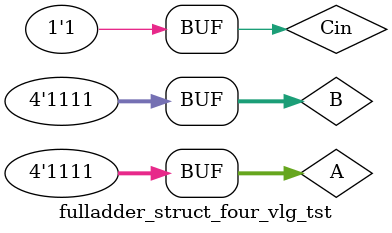
<source format=v>

                                                                                
// Verilog Test Bench template for design : fulladder_struct_four
// 
// Simulation tool : Questa Intel FPGA (Verilog)
// 

`timescale 1 ps/ 1 ps
module fulladder_struct_four_vlg_tst();
// constants                                           
// general purpose registers
reg eachvec;
// test vector input registers
reg [3:0] A;
reg [3:0] B;
reg Cin;
// wires                                               
wire Cout;
wire [3:0]  Sum;

// assign statements (if any)                          
fulladder_struct_four i1 (
// port map - connection between master ports and signals/registers   
	.A(A),
	.B(B),
	.Cin(Cin),
	.Cout(Cout),
	.Sum(Sum)
);
initial                                                
begin                                                  
// code that executes only once                        
// insert code here --> begin                          
        A = 4'b0000; B = 4'b0000; Cin = 0; 
        #10;
        
        A = 4'b0110; B = 4'b0110; Cin = 0; 
        #10;
        
        A = 4'b0111; B = 4'b0111; Cin = 0;
        #10;
        
        A = 4'b1011; B = 4'b1011; Cin = 0;
        #10;

        A = 4'b1100; B = 4'b1100; Cin = 0;
        #10;

        A = 4'b1111; B = 4'b1111; Cin = 1;
        #10;                                                       
// --> end                                             
$display("Running testbench");                       
end                                                    
//always                                                 
// optional sensitivity list                           
// @(event1 or event2 or .... eventn)                  
//begin                                                  
// code executes for every event on sensitivity list   
// insert code here --> begin                          
                                                       
//@eachvec;                                              
// --> end                                             
//end                                                    
endmodule


</source>
